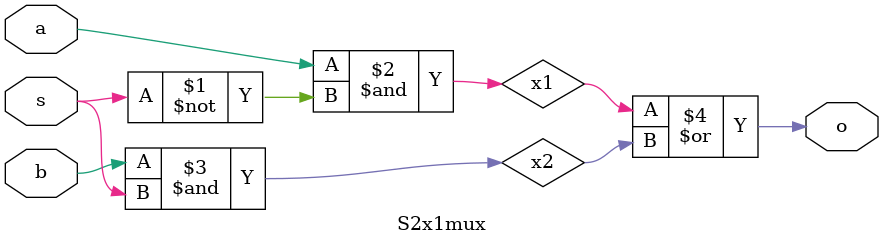
<source format=v>
`timescale 1ns / 1ps
module S2x1mux(o,a,b,s
    );
input a,b,s;
output o;
wire o,x1,x2;
and (x1,a,~s);
and (x2,b,s);
or  (o,x1,x2);
endmodule

</source>
